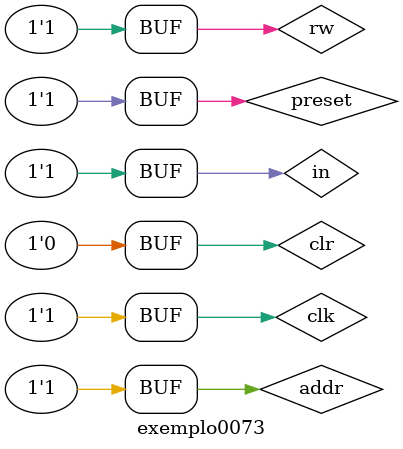
<source format=v>

`include "Exemplo0071.v"

module memoria1x8(output [7:0]out, input clk, input addr, input rw, input in, input preset, input clr);

// Chamada das memórias 1x4

memoria1x4 m1(out[7:4], clk, addr, rw, in, preset, clr);
memoria1x4 m2(out[3:0], clk, addr, rw, in, preset, clr);

endmodule //memoria1x8

// ----------------
// Exemplo0073
// ----------------
module exemplo0073;

// ---------------- Definição de dados
wire [7:0]out;
reg clk, addr, rw, in, preset, clr;

// ---------------- Instância
 memoria1x8 memo1_8(out, clk, addr, rw, in, preset, clr);

// ---------------- Preparação
 initial begin: start
  clk = 1;
  addr = 0;
  rw = 0;
  in = 0;
  preset = 1;
  clr = 0;
 end
 
// ---------------- Parte principal
 initial begin: main
  $display("Exemplo0073 - Josemar Alves Caetano - 448662.");
  $display("Teste Memória RAM 1x8.\n");

  $monitor("Saída: %b",out);

   #1 clr = 1;
   #1 clr = 0;
   #1 clk = 1; addr = 1; rw = 1; in = 1;
   #1 clk = 1; addr = 1; rw = 1; in = 1;
   #1 addr = 0;
   #1 addr = 1;

end

endmodule //exemplo0073




</source>
